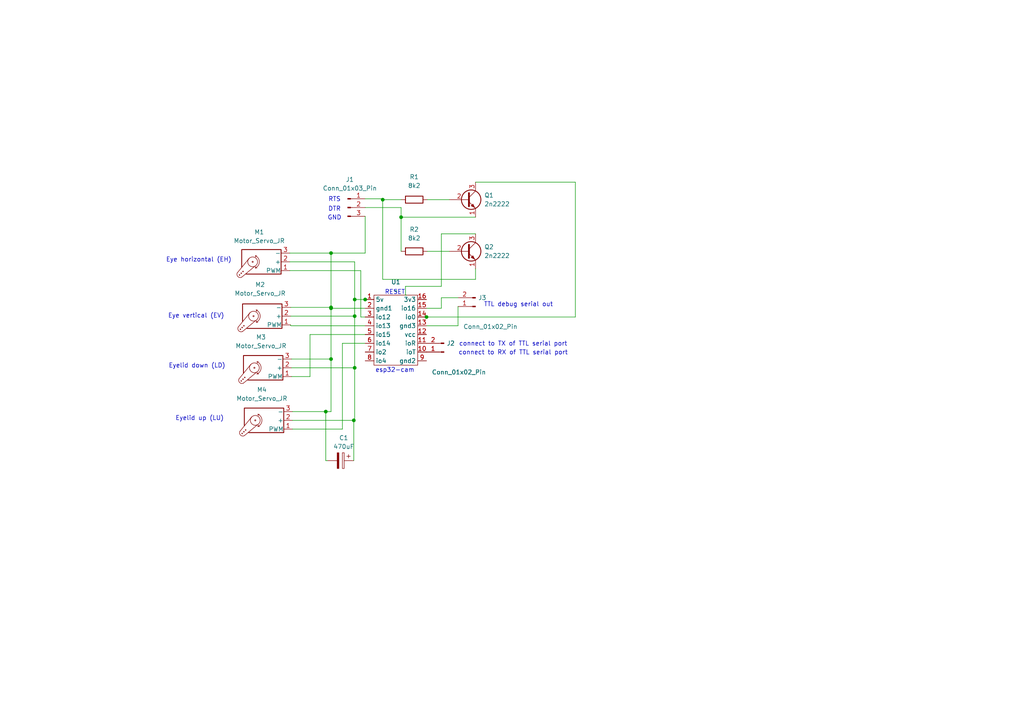
<source format=kicad_sch>
(kicad_sch
	(version 20231120)
	(generator "eeschema")
	(generator_version "8.0")
	(uuid "a6764baa-fb9a-4866-8980-93a400ed9518")
	(paper "A4")
	(lib_symbols
		(symbol "Connector:Conn_01x02_Pin"
			(pin_names
				(offset 1.016) hide)
			(exclude_from_sim no)
			(in_bom yes)
			(on_board yes)
			(property "Reference" "J"
				(at 0 2.54 0)
				(effects
					(font
						(size 1.27 1.27)
					)
				)
			)
			(property "Value" "Conn_01x02_Pin"
				(at 0 -5.08 0)
				(effects
					(font
						(size 1.27 1.27)
					)
				)
			)
			(property "Footprint" ""
				(at 0 0 0)
				(effects
					(font
						(size 1.27 1.27)
					)
					(hide yes)
				)
			)
			(property "Datasheet" "~"
				(at 0 0 0)
				(effects
					(font
						(size 1.27 1.27)
					)
					(hide yes)
				)
			)
			(property "Description" "Generic connector, single row, 01x02, script generated"
				(at 0 0 0)
				(effects
					(font
						(size 1.27 1.27)
					)
					(hide yes)
				)
			)
			(property "ki_locked" ""
				(at 0 0 0)
				(effects
					(font
						(size 1.27 1.27)
					)
				)
			)
			(property "ki_keywords" "connector"
				(at 0 0 0)
				(effects
					(font
						(size 1.27 1.27)
					)
					(hide yes)
				)
			)
			(property "ki_fp_filters" "Connector*:*_1x??_*"
				(at 0 0 0)
				(effects
					(font
						(size 1.27 1.27)
					)
					(hide yes)
				)
			)
			(symbol "Conn_01x02_Pin_1_1"
				(polyline
					(pts
						(xy 1.27 -2.54) (xy 0.8636 -2.54)
					)
					(stroke
						(width 0.1524)
						(type default)
					)
					(fill
						(type none)
					)
				)
				(polyline
					(pts
						(xy 1.27 0) (xy 0.8636 0)
					)
					(stroke
						(width 0.1524)
						(type default)
					)
					(fill
						(type none)
					)
				)
				(rectangle
					(start 0.8636 -2.413)
					(end 0 -2.667)
					(stroke
						(width 0.1524)
						(type default)
					)
					(fill
						(type outline)
					)
				)
				(rectangle
					(start 0.8636 0.127)
					(end 0 -0.127)
					(stroke
						(width 0.1524)
						(type default)
					)
					(fill
						(type outline)
					)
				)
				(pin passive line
					(at 5.08 0 180)
					(length 3.81)
					(name "Pin_1"
						(effects
							(font
								(size 1.27 1.27)
							)
						)
					)
					(number "1"
						(effects
							(font
								(size 1.27 1.27)
							)
						)
					)
				)
				(pin passive line
					(at 5.08 -2.54 180)
					(length 3.81)
					(name "Pin_2"
						(effects
							(font
								(size 1.27 1.27)
							)
						)
					)
					(number "2"
						(effects
							(font
								(size 1.27 1.27)
							)
						)
					)
				)
			)
		)
		(symbol "Connector:Conn_01x03_Pin"
			(pin_names
				(offset 1.016) hide)
			(exclude_from_sim no)
			(in_bom yes)
			(on_board yes)
			(property "Reference" "J"
				(at 0 5.08 0)
				(effects
					(font
						(size 1.27 1.27)
					)
				)
			)
			(property "Value" "Conn_01x03_Pin"
				(at 0 -5.08 0)
				(effects
					(font
						(size 1.27 1.27)
					)
				)
			)
			(property "Footprint" ""
				(at 0 0 0)
				(effects
					(font
						(size 1.27 1.27)
					)
					(hide yes)
				)
			)
			(property "Datasheet" "~"
				(at 0 0 0)
				(effects
					(font
						(size 1.27 1.27)
					)
					(hide yes)
				)
			)
			(property "Description" "Generic connector, single row, 01x03, script generated"
				(at 0 0 0)
				(effects
					(font
						(size 1.27 1.27)
					)
					(hide yes)
				)
			)
			(property "ki_locked" ""
				(at 0 0 0)
				(effects
					(font
						(size 1.27 1.27)
					)
				)
			)
			(property "ki_keywords" "connector"
				(at 0 0 0)
				(effects
					(font
						(size 1.27 1.27)
					)
					(hide yes)
				)
			)
			(property "ki_fp_filters" "Connector*:*_1x??_*"
				(at 0 0 0)
				(effects
					(font
						(size 1.27 1.27)
					)
					(hide yes)
				)
			)
			(symbol "Conn_01x03_Pin_1_1"
				(polyline
					(pts
						(xy 1.27 -2.54) (xy 0.8636 -2.54)
					)
					(stroke
						(width 0.1524)
						(type default)
					)
					(fill
						(type none)
					)
				)
				(polyline
					(pts
						(xy 1.27 0) (xy 0.8636 0)
					)
					(stroke
						(width 0.1524)
						(type default)
					)
					(fill
						(type none)
					)
				)
				(polyline
					(pts
						(xy 1.27 2.54) (xy 0.8636 2.54)
					)
					(stroke
						(width 0.1524)
						(type default)
					)
					(fill
						(type none)
					)
				)
				(rectangle
					(start 0.8636 -2.413)
					(end 0 -2.667)
					(stroke
						(width 0.1524)
						(type default)
					)
					(fill
						(type outline)
					)
				)
				(rectangle
					(start 0.8636 0.127)
					(end 0 -0.127)
					(stroke
						(width 0.1524)
						(type default)
					)
					(fill
						(type outline)
					)
				)
				(rectangle
					(start 0.8636 2.667)
					(end 0 2.413)
					(stroke
						(width 0.1524)
						(type default)
					)
					(fill
						(type outline)
					)
				)
				(pin passive line
					(at 5.08 2.54 180)
					(length 3.81)
					(name "Pin_1"
						(effects
							(font
								(size 1.27 1.27)
							)
						)
					)
					(number "1"
						(effects
							(font
								(size 1.27 1.27)
							)
						)
					)
				)
				(pin passive line
					(at 5.08 0 180)
					(length 3.81)
					(name "Pin_2"
						(effects
							(font
								(size 1.27 1.27)
							)
						)
					)
					(number "2"
						(effects
							(font
								(size 1.27 1.27)
							)
						)
					)
				)
				(pin passive line
					(at 5.08 -2.54 180)
					(length 3.81)
					(name "Pin_3"
						(effects
							(font
								(size 1.27 1.27)
							)
						)
					)
					(number "3"
						(effects
							(font
								(size 1.27 1.27)
							)
						)
					)
				)
			)
		)
		(symbol "Device:C_Polarized"
			(pin_numbers hide)
			(pin_names
				(offset 0.254)
			)
			(exclude_from_sim no)
			(in_bom yes)
			(on_board yes)
			(property "Reference" "C"
				(at 0.635 2.54 0)
				(effects
					(font
						(size 1.27 1.27)
					)
					(justify left)
				)
			)
			(property "Value" "C_Polarized"
				(at 0.635 -2.54 0)
				(effects
					(font
						(size 1.27 1.27)
					)
					(justify left)
				)
			)
			(property "Footprint" ""
				(at 0.9652 -3.81 0)
				(effects
					(font
						(size 1.27 1.27)
					)
					(hide yes)
				)
			)
			(property "Datasheet" "~"
				(at 0 0 0)
				(effects
					(font
						(size 1.27 1.27)
					)
					(hide yes)
				)
			)
			(property "Description" "Polarized capacitor"
				(at 0 0 0)
				(effects
					(font
						(size 1.27 1.27)
					)
					(hide yes)
				)
			)
			(property "ki_keywords" "cap capacitor"
				(at 0 0 0)
				(effects
					(font
						(size 1.27 1.27)
					)
					(hide yes)
				)
			)
			(property "ki_fp_filters" "CP_*"
				(at 0 0 0)
				(effects
					(font
						(size 1.27 1.27)
					)
					(hide yes)
				)
			)
			(symbol "C_Polarized_0_1"
				(rectangle
					(start -2.286 0.508)
					(end 2.286 1.016)
					(stroke
						(width 0)
						(type default)
					)
					(fill
						(type none)
					)
				)
				(polyline
					(pts
						(xy -1.778 2.286) (xy -0.762 2.286)
					)
					(stroke
						(width 0)
						(type default)
					)
					(fill
						(type none)
					)
				)
				(polyline
					(pts
						(xy -1.27 2.794) (xy -1.27 1.778)
					)
					(stroke
						(width 0)
						(type default)
					)
					(fill
						(type none)
					)
				)
				(rectangle
					(start 2.286 -0.508)
					(end -2.286 -1.016)
					(stroke
						(width 0)
						(type default)
					)
					(fill
						(type outline)
					)
				)
			)
			(symbol "C_Polarized_1_1"
				(pin passive line
					(at 0 3.81 270)
					(length 2.794)
					(name "~"
						(effects
							(font
								(size 1.27 1.27)
							)
						)
					)
					(number "1"
						(effects
							(font
								(size 1.27 1.27)
							)
						)
					)
				)
				(pin passive line
					(at 0 -3.81 90)
					(length 2.794)
					(name "~"
						(effects
							(font
								(size 1.27 1.27)
							)
						)
					)
					(number "2"
						(effects
							(font
								(size 1.27 1.27)
							)
						)
					)
				)
			)
		)
		(symbol "Device:Q_NPN_EBC"
			(pin_names
				(offset 0) hide)
			(exclude_from_sim no)
			(in_bom yes)
			(on_board yes)
			(property "Reference" "Q"
				(at 5.08 1.27 0)
				(effects
					(font
						(size 1.27 1.27)
					)
					(justify left)
				)
			)
			(property "Value" "Q_NPN_EBC"
				(at 5.08 -1.27 0)
				(effects
					(font
						(size 1.27 1.27)
					)
					(justify left)
				)
			)
			(property "Footprint" ""
				(at 5.08 2.54 0)
				(effects
					(font
						(size 1.27 1.27)
					)
					(hide yes)
				)
			)
			(property "Datasheet" "~"
				(at 0 0 0)
				(effects
					(font
						(size 1.27 1.27)
					)
					(hide yes)
				)
			)
			(property "Description" "NPN transistor, emitter/base/collector"
				(at 0 0 0)
				(effects
					(font
						(size 1.27 1.27)
					)
					(hide yes)
				)
			)
			(property "ki_keywords" "transistor NPN"
				(at 0 0 0)
				(effects
					(font
						(size 1.27 1.27)
					)
					(hide yes)
				)
			)
			(symbol "Q_NPN_EBC_0_1"
				(polyline
					(pts
						(xy 0.635 0.635) (xy 2.54 2.54)
					)
					(stroke
						(width 0)
						(type default)
					)
					(fill
						(type none)
					)
				)
				(polyline
					(pts
						(xy 0.635 -0.635) (xy 2.54 -2.54) (xy 2.54 -2.54)
					)
					(stroke
						(width 0)
						(type default)
					)
					(fill
						(type none)
					)
				)
				(polyline
					(pts
						(xy 0.635 1.905) (xy 0.635 -1.905) (xy 0.635 -1.905)
					)
					(stroke
						(width 0.508)
						(type default)
					)
					(fill
						(type none)
					)
				)
				(polyline
					(pts
						(xy 1.27 -1.778) (xy 1.778 -1.27) (xy 2.286 -2.286) (xy 1.27 -1.778) (xy 1.27 -1.778)
					)
					(stroke
						(width 0)
						(type default)
					)
					(fill
						(type outline)
					)
				)
				(circle
					(center 1.27 0)
					(radius 2.8194)
					(stroke
						(width 0.254)
						(type default)
					)
					(fill
						(type none)
					)
				)
			)
			(symbol "Q_NPN_EBC_1_1"
				(pin passive line
					(at 2.54 -5.08 90)
					(length 2.54)
					(name "E"
						(effects
							(font
								(size 1.27 1.27)
							)
						)
					)
					(number "1"
						(effects
							(font
								(size 1.27 1.27)
							)
						)
					)
				)
				(pin passive line
					(at -5.08 0 0)
					(length 5.715)
					(name "B"
						(effects
							(font
								(size 1.27 1.27)
							)
						)
					)
					(number "2"
						(effects
							(font
								(size 1.27 1.27)
							)
						)
					)
				)
				(pin passive line
					(at 2.54 5.08 270)
					(length 2.54)
					(name "C"
						(effects
							(font
								(size 1.27 1.27)
							)
						)
					)
					(number "3"
						(effects
							(font
								(size 1.27 1.27)
							)
						)
					)
				)
			)
		)
		(symbol "Device:R"
			(pin_numbers hide)
			(pin_names
				(offset 0)
			)
			(exclude_from_sim no)
			(in_bom yes)
			(on_board yes)
			(property "Reference" "R"
				(at 2.032 0 90)
				(effects
					(font
						(size 1.27 1.27)
					)
				)
			)
			(property "Value" "R"
				(at 0 0 90)
				(effects
					(font
						(size 1.27 1.27)
					)
				)
			)
			(property "Footprint" ""
				(at -1.778 0 90)
				(effects
					(font
						(size 1.27 1.27)
					)
					(hide yes)
				)
			)
			(property "Datasheet" "~"
				(at 0 0 0)
				(effects
					(font
						(size 1.27 1.27)
					)
					(hide yes)
				)
			)
			(property "Description" "Resistor"
				(at 0 0 0)
				(effects
					(font
						(size 1.27 1.27)
					)
					(hide yes)
				)
			)
			(property "ki_keywords" "R res resistor"
				(at 0 0 0)
				(effects
					(font
						(size 1.27 1.27)
					)
					(hide yes)
				)
			)
			(property "ki_fp_filters" "R_*"
				(at 0 0 0)
				(effects
					(font
						(size 1.27 1.27)
					)
					(hide yes)
				)
			)
			(symbol "R_0_1"
				(rectangle
					(start -1.016 -2.54)
					(end 1.016 2.54)
					(stroke
						(width 0.254)
						(type default)
					)
					(fill
						(type none)
					)
				)
			)
			(symbol "R_1_1"
				(pin passive line
					(at 0 3.81 270)
					(length 1.27)
					(name "~"
						(effects
							(font
								(size 1.27 1.27)
							)
						)
					)
					(number "1"
						(effects
							(font
								(size 1.27 1.27)
							)
						)
					)
				)
				(pin passive line
					(at 0 -3.81 90)
					(length 1.27)
					(name "~"
						(effects
							(font
								(size 1.27 1.27)
							)
						)
					)
					(number "2"
						(effects
							(font
								(size 1.27 1.27)
							)
						)
					)
				)
			)
		)
		(symbol "Motor:Motor_Servo_JR"
			(pin_names
				(offset 0.0254)
			)
			(exclude_from_sim no)
			(in_bom yes)
			(on_board yes)
			(property "Reference" "M"
				(at -5.08 4.445 0)
				(effects
					(font
						(size 1.27 1.27)
					)
					(justify left)
				)
			)
			(property "Value" "Motor_Servo_JR"
				(at -5.08 -4.064 0)
				(effects
					(font
						(size 1.27 1.27)
					)
					(justify left top)
				)
			)
			(property "Footprint" ""
				(at 0 -4.826 0)
				(effects
					(font
						(size 1.27 1.27)
					)
					(hide yes)
				)
			)
			(property "Datasheet" "http://forums.parallax.com/uploads/attachments/46831/74481.png"
				(at 0 -4.826 0)
				(effects
					(font
						(size 1.27 1.27)
					)
					(hide yes)
				)
			)
			(property "Description" "Servo Motor (JR connector)"
				(at 0 0 0)
				(effects
					(font
						(size 1.27 1.27)
					)
					(hide yes)
				)
			)
			(property "ki_keywords" "Servo Motor"
				(at 0 0 0)
				(effects
					(font
						(size 1.27 1.27)
					)
					(hide yes)
				)
			)
			(property "ki_fp_filters" "PinHeader*P2.54mm*"
				(at 0 0 0)
				(effects
					(font
						(size 1.27 1.27)
					)
					(hide yes)
				)
			)
			(symbol "Motor_Servo_JR_0_1"
				(polyline
					(pts
						(xy 2.413 -1.778) (xy 2.032 -1.778)
					)
					(stroke
						(width 0)
						(type default)
					)
					(fill
						(type none)
					)
				)
				(polyline
					(pts
						(xy 2.413 -1.778) (xy 2.286 -1.397)
					)
					(stroke
						(width 0)
						(type default)
					)
					(fill
						(type none)
					)
				)
				(polyline
					(pts
						(xy 2.413 1.778) (xy 1.905 1.778)
					)
					(stroke
						(width 0)
						(type default)
					)
					(fill
						(type none)
					)
				)
				(polyline
					(pts
						(xy 2.413 1.778) (xy 2.286 1.397)
					)
					(stroke
						(width 0)
						(type default)
					)
					(fill
						(type none)
					)
				)
				(polyline
					(pts
						(xy 6.35 4.445) (xy 2.54 1.27)
					)
					(stroke
						(width 0)
						(type default)
					)
					(fill
						(type none)
					)
				)
				(polyline
					(pts
						(xy 7.62 3.175) (xy 4.191 -1.016)
					)
					(stroke
						(width 0)
						(type default)
					)
					(fill
						(type none)
					)
				)
				(polyline
					(pts
						(xy 5.08 3.556) (xy -5.08 3.556) (xy -5.08 -3.556) (xy 6.35 -3.556) (xy 6.35 1.524)
					)
					(stroke
						(width 0.254)
						(type default)
					)
					(fill
						(type none)
					)
				)
				(arc
					(start 2.413 1.778)
					(mid 1.2406 0)
					(end 2.413 -1.778)
					(stroke
						(width 0)
						(type default)
					)
					(fill
						(type none)
					)
				)
				(circle
					(center 3.175 0)
					(radius 0.1778)
					(stroke
						(width 0)
						(type default)
					)
					(fill
						(type none)
					)
				)
				(circle
					(center 3.175 0)
					(radius 1.4224)
					(stroke
						(width 0)
						(type default)
					)
					(fill
						(type none)
					)
				)
				(circle
					(center 5.969 2.794)
					(radius 0.127)
					(stroke
						(width 0)
						(type default)
					)
					(fill
						(type none)
					)
				)
				(circle
					(center 6.477 3.302)
					(radius 0.127)
					(stroke
						(width 0)
						(type default)
					)
					(fill
						(type none)
					)
				)
				(circle
					(center 6.985 3.81)
					(radius 0.127)
					(stroke
						(width 0)
						(type default)
					)
					(fill
						(type none)
					)
				)
				(arc
					(start 7.62 3.175)
					(mid 7.4485 4.2735)
					(end 6.35 4.445)
					(stroke
						(width 0)
						(type default)
					)
					(fill
						(type none)
					)
				)
			)
			(symbol "Motor_Servo_JR_1_1"
				(pin passive line
					(at -7.62 2.54 0)
					(length 2.54)
					(name "PWM"
						(effects
							(font
								(size 1.27 1.27)
							)
						)
					)
					(number "1"
						(effects
							(font
								(size 1.27 1.27)
							)
						)
					)
				)
				(pin passive line
					(at -7.62 0 0)
					(length 2.54)
					(name "+"
						(effects
							(font
								(size 1.27 1.27)
							)
						)
					)
					(number "2"
						(effects
							(font
								(size 1.27 1.27)
							)
						)
					)
				)
				(pin passive line
					(at -7.62 -2.54 0)
					(length 2.54)
					(name "-"
						(effects
							(font
								(size 1.27 1.27)
							)
						)
					)
					(number "3"
						(effects
							(font
								(size 1.27 1.27)
							)
						)
					)
				)
			)
		)
		(symbol "robo:esp32-cam"
			(exclude_from_sim no)
			(in_bom yes)
			(on_board yes)
			(property "Reference" "U"
				(at 0 -2.794 0)
				(effects
					(font
						(size 1.27 1.27)
					)
				)
			)
			(property "Value" ""
				(at -2.54 0 0)
				(effects
					(font
						(size 1.27 1.27)
					)
				)
			)
			(property "Footprint" ""
				(at -2.54 0 0)
				(effects
					(font
						(size 1.27 1.27)
					)
					(hide yes)
				)
			)
			(property "Datasheet" ""
				(at -2.54 0 0)
				(effects
					(font
						(size 1.27 1.27)
					)
					(hide yes)
				)
			)
			(property "Description" ""
				(at -2.54 0 0)
				(effects
					(font
						(size 1.27 1.27)
					)
					(hide yes)
				)
			)
			(symbol "esp32-cam_0_1"
				(rectangle
					(start -6.35 5.08)
					(end 6.35 -15.24)
					(stroke
						(width 0)
						(type default)
					)
					(fill
						(type none)
					)
				)
			)
			(symbol "esp32-cam_1_1"
				(pin input line
					(at -8.89 3.81 0)
					(length 2.54)
					(name "5v"
						(effects
							(font
								(size 1.27 1.27)
							)
						)
					)
					(number "1"
						(effects
							(font
								(size 1.27 1.27)
							)
						)
					)
				)
				(pin bidirectional line
					(at 8.89 -11.43 180)
					(length 2.54)
					(name "ioT"
						(effects
							(font
								(size 1.27 1.27)
							)
						)
					)
					(number "10"
						(effects
							(font
								(size 1.27 1.27)
							)
						)
					)
				)
				(pin bidirectional line
					(at 8.89 -8.89 180)
					(length 2.54)
					(name "ioR"
						(effects
							(font
								(size 1.27 1.27)
							)
						)
					)
					(number "11"
						(effects
							(font
								(size 1.27 1.27)
							)
						)
					)
				)
				(pin input line
					(at 8.89 -6.35 180)
					(length 2.54)
					(name "vcc"
						(effects
							(font
								(size 1.27 1.27)
							)
						)
					)
					(number "12"
						(effects
							(font
								(size 1.27 1.27)
							)
						)
					)
				)
				(pin input line
					(at 8.89 -3.81 180)
					(length 2.54)
					(name "gnd3"
						(effects
							(font
								(size 1.27 1.27)
							)
						)
					)
					(number "13"
						(effects
							(font
								(size 1.27 1.27)
							)
						)
					)
				)
				(pin bidirectional line
					(at 8.89 -1.27 180)
					(length 2.54)
					(name "io0"
						(effects
							(font
								(size 1.27 1.27)
							)
						)
					)
					(number "14"
						(effects
							(font
								(size 1.27 1.27)
							)
						)
					)
				)
				(pin bidirectional line
					(at 8.89 1.27 180)
					(length 2.54)
					(name "io16"
						(effects
							(font
								(size 1.27 1.27)
							)
						)
					)
					(number "15"
						(effects
							(font
								(size 1.27 1.27)
							)
						)
					)
				)
				(pin input line
					(at 8.89 3.81 180)
					(length 2.54)
					(name "3v3"
						(effects
							(font
								(size 1.27 1.27)
							)
						)
					)
					(number "16"
						(effects
							(font
								(size 1.27 1.27)
							)
						)
					)
				)
				(pin input line
					(at -8.89 1.27 0)
					(length 2.54)
					(name "gnd1"
						(effects
							(font
								(size 1.27 1.27)
							)
						)
					)
					(number "2"
						(effects
							(font
								(size 1.27 1.27)
							)
						)
					)
				)
				(pin bidirectional line
					(at -8.89 -1.27 0)
					(length 2.54)
					(name "io12"
						(effects
							(font
								(size 1.27 1.27)
							)
						)
					)
					(number "3"
						(effects
							(font
								(size 1.27 1.27)
							)
						)
					)
				)
				(pin bidirectional line
					(at -8.89 -3.81 0)
					(length 2.54)
					(name "io13"
						(effects
							(font
								(size 1.27 1.27)
							)
						)
					)
					(number "4"
						(effects
							(font
								(size 1.27 1.27)
							)
						)
					)
				)
				(pin bidirectional line
					(at -8.89 -6.35 0)
					(length 2.54)
					(name "io15"
						(effects
							(font
								(size 1.27 1.27)
							)
						)
					)
					(number "5"
						(effects
							(font
								(size 1.27 1.27)
							)
						)
					)
				)
				(pin bidirectional line
					(at -8.89 -8.89 0)
					(length 2.54)
					(name "io14"
						(effects
							(font
								(size 1.27 1.27)
							)
						)
					)
					(number "6"
						(effects
							(font
								(size 1.27 1.27)
							)
						)
					)
				)
				(pin bidirectional line
					(at -8.89 -11.43 0)
					(length 2.54)
					(name "io2"
						(effects
							(font
								(size 1.27 1.27)
							)
						)
					)
					(number "7"
						(effects
							(font
								(size 1.27 1.27)
							)
						)
					)
				)
				(pin bidirectional line
					(at -8.89 -13.97 0)
					(length 2.54)
					(name "io4"
						(effects
							(font
								(size 1.27 1.27)
							)
						)
					)
					(number "8"
						(effects
							(font
								(size 1.27 1.27)
							)
						)
					)
				)
				(pin bidirectional line
					(at 8.89 -13.97 180)
					(length 2.54)
					(name "gnd2"
						(effects
							(font
								(size 1.27 1.27)
							)
						)
					)
					(number "9"
						(effects
							(font
								(size 1.27 1.27)
							)
						)
					)
				)
			)
		)
	)
	(junction
		(at 110.998 57.912)
		(diameter 0)
		(color 0 0 0 0)
		(uuid "0e4fcf56-ade5-4ddf-83dd-56bb4bcba238")
	)
	(junction
		(at 96.012 89.408)
		(diameter 0)
		(color 0 0 0 0)
		(uuid "10cbde2b-55f7-40b1-b963-c562bfcb0a71")
	)
	(junction
		(at 96.012 89.154)
		(diameter 0)
		(color 0 0 0 0)
		(uuid "22bedf35-fe64-4416-9106-07d0cfbbb1b0")
	)
	(junction
		(at 96.012 73.406)
		(diameter 0)
		(color 0 0 0 0)
		(uuid "472b3215-5924-4768-b2d2-25affd7cd51d")
	)
	(junction
		(at 102.87 86.868)
		(diameter 0)
		(color 0 0 0 0)
		(uuid "48180b3d-f087-4cc5-b3b3-25f8e9cbf9f1")
	)
	(junction
		(at 96.012 104.14)
		(diameter 0)
		(color 0 0 0 0)
		(uuid "66c194de-0199-40ba-953d-464b5e44aa07")
	)
	(junction
		(at 102.87 91.694)
		(diameter 0)
		(color 0 0 0 0)
		(uuid "75f9b15a-e20c-4000-a67f-c697f8006aea")
	)
	(junction
		(at 123.698 91.948)
		(diameter 0)
		(color 0 0 0 0)
		(uuid "9bc77c40-4456-4882-ae4f-98e55f60b0ac")
	)
	(junction
		(at 94.488 119.38)
		(diameter 0)
		(color 0 0 0 0)
		(uuid "a1fe7e12-8388-4d06-813c-e4e51bcdb916")
	)
	(junction
		(at 102.616 121.92)
		(diameter 0)
		(color 0 0 0 0)
		(uuid "b4829584-cb5f-43d8-847d-16eafccfaf12")
	)
	(junction
		(at 116.332 62.992)
		(diameter 0)
		(color 0 0 0 0)
		(uuid "ba271aae-3bb7-4e43-81d2-6b33fab55ce8")
	)
	(junction
		(at 102.87 106.68)
		(diameter 0)
		(color 0 0 0 0)
		(uuid "f57ca09e-c596-4001-a83b-0a15131c42a9")
	)
	(junction
		(at 105.918 86.868)
		(diameter 0)
		(color 0 0 0 0)
		(uuid "fb61e593-aae7-4ba0-9f1a-f76aace4bd51")
	)
	(wire
		(pts
			(xy 116.332 62.992) (xy 116.332 60.198)
		)
		(stroke
			(width 0)
			(type default)
		)
		(uuid "090499e9-44c8-4e27-a7c6-f8eb3d73a84c")
	)
	(wire
		(pts
			(xy 96.012 89.408) (xy 96.012 104.14)
		)
		(stroke
			(width 0)
			(type default)
		)
		(uuid "0a13d43d-a21e-4b53-ac56-1d85cf7bc168")
	)
	(wire
		(pts
			(xy 102.616 121.92) (xy 102.87 121.92)
		)
		(stroke
			(width 0)
			(type default)
		)
		(uuid "167d1e86-7b02-432e-803f-910c21a80f92")
	)
	(wire
		(pts
			(xy 128.016 89.408) (xy 128.016 86.36)
		)
		(stroke
			(width 0)
			(type default)
		)
		(uuid "18b97048-9b10-42fe-99f0-cdd3a1fec974")
	)
	(wire
		(pts
			(xy 89.916 109.22) (xy 84.582 109.22)
		)
		(stroke
			(width 0)
			(type default)
		)
		(uuid "1df4ef24-e8d0-432b-ba5b-3c5d5df41cc4")
	)
	(wire
		(pts
			(xy 128.016 83.058) (xy 117.602 83.058)
		)
		(stroke
			(width 0)
			(type default)
		)
		(uuid "232eb645-4421-4481-8ac4-12e73f79ddc7")
	)
	(wire
		(pts
			(xy 84.328 94.488) (xy 84.328 94.234)
		)
		(stroke
			(width 0)
			(type default)
		)
		(uuid "24705f0d-fa0c-4f71-845f-bf9e85e787ec")
	)
	(wire
		(pts
			(xy 137.922 81.026) (xy 137.922 77.978)
		)
		(stroke
			(width 0)
			(type default)
		)
		(uuid "25c32a07-187e-41ee-9a25-439d7c3fe8ed")
	)
	(wire
		(pts
			(xy 94.488 133.604) (xy 94.488 119.38)
		)
		(stroke
			(width 0)
			(type default)
		)
		(uuid "2d60e810-77e0-4c2b-8112-f3f451fad922")
	)
	(wire
		(pts
			(xy 84.328 89.154) (xy 96.012 89.154)
		)
		(stroke
			(width 0)
			(type default)
		)
		(uuid "2eb975e7-20c1-48a6-b38b-6857f6663688")
	)
	(wire
		(pts
			(xy 137.922 67.818) (xy 128.016 67.818)
		)
		(stroke
			(width 0)
			(type default)
		)
		(uuid "30b40887-ea6b-4b94-9a1c-3b2b5eb5b45a")
	)
	(wire
		(pts
			(xy 96.012 89.154) (xy 96.012 73.406)
		)
		(stroke
			(width 0)
			(type default)
		)
		(uuid "3170d356-dda8-42a9-a85a-823e3e9faab7")
	)
	(wire
		(pts
			(xy 89.916 97.028) (xy 89.916 109.22)
		)
		(stroke
			(width 0)
			(type default)
		)
		(uuid "32614f0b-66b8-470f-96e6-cd78b4729de7")
	)
	(wire
		(pts
			(xy 105.918 86.868) (xy 102.87 86.868)
		)
		(stroke
			(width 0)
			(type default)
		)
		(uuid "3748b283-3006-453f-a6d9-25887776a82a")
	)
	(wire
		(pts
			(xy 102.87 121.92) (xy 102.87 106.68)
		)
		(stroke
			(width 0)
			(type default)
		)
		(uuid "3987a042-668b-41f5-8523-8757af9221d6")
	)
	(wire
		(pts
			(xy 105.918 97.028) (xy 89.916 97.028)
		)
		(stroke
			(width 0)
			(type default)
		)
		(uuid "3e1b85c2-bb98-4fdb-b525-3741084638c3")
	)
	(wire
		(pts
			(xy 102.87 75.946) (xy 102.87 86.868)
		)
		(stroke
			(width 0)
			(type default)
		)
		(uuid "46aed3e8-f044-48f2-9fb2-5cdf42c76e21")
	)
	(wire
		(pts
			(xy 96.012 73.406) (xy 84.074 73.406)
		)
		(stroke
			(width 0)
			(type default)
		)
		(uuid "4e100589-79bf-4b30-a821-c2fcf225ce44")
	)
	(wire
		(pts
			(xy 166.878 52.832) (xy 137.922 52.832)
		)
		(stroke
			(width 0)
			(type default)
		)
		(uuid "4f146a18-040b-4005-93c5-ca606d5021f1")
	)
	(wire
		(pts
			(xy 123.698 89.408) (xy 128.016 89.408)
		)
		(stroke
			(width 0)
			(type default)
		)
		(uuid "52bedd1f-3329-46f0-b4e0-e73d90aeda59")
	)
	(wire
		(pts
			(xy 99.314 124.46) (xy 84.836 124.46)
		)
		(stroke
			(width 0)
			(type default)
		)
		(uuid "55499034-6b23-4208-8cfe-39e656255989")
	)
	(wire
		(pts
			(xy 110.998 81.026) (xy 137.922 81.026)
		)
		(stroke
			(width 0)
			(type default)
		)
		(uuid "574f2d66-29c2-45c0-acb6-b07ac20e7851")
	)
	(wire
		(pts
			(xy 117.602 83.058) (xy 117.602 85.598)
		)
		(stroke
			(width 0)
			(type default)
		)
		(uuid "58718493-9cce-4f2c-a7aa-673224ca76d0")
	)
	(wire
		(pts
			(xy 106.172 86.868) (xy 105.918 86.868)
		)
		(stroke
			(width 0)
			(type default)
		)
		(uuid "5fa7cd6c-1079-4411-8dae-ab532e9b91aa")
	)
	(wire
		(pts
			(xy 123.444 91.948) (xy 123.698 91.948)
		)
		(stroke
			(width 0)
			(type default)
		)
		(uuid "7017764e-30c7-46fc-982e-f6295d6f0508")
	)
	(wire
		(pts
			(xy 116.332 57.912) (xy 110.998 57.912)
		)
		(stroke
			(width 0)
			(type default)
		)
		(uuid "722a9f75-a57e-458b-abcd-3bfcafdf0832")
	)
	(wire
		(pts
			(xy 96.012 89.408) (xy 105.918 89.408)
		)
		(stroke
			(width 0)
			(type default)
		)
		(uuid "74f0890f-4085-4e51-94c0-e9bb2f150e24")
	)
	(wire
		(pts
			(xy 104.648 91.948) (xy 104.648 78.486)
		)
		(stroke
			(width 0)
			(type default)
		)
		(uuid "7a8d1d3c-d5eb-448c-83c1-ca89f6fb151f")
	)
	(wire
		(pts
			(xy 123.952 57.912) (xy 130.302 57.912)
		)
		(stroke
			(width 0)
			(type default)
		)
		(uuid "7b7ea184-5d75-4938-bd37-980dda1b59c4")
	)
	(wire
		(pts
			(xy 84.836 121.92) (xy 102.616 121.92)
		)
		(stroke
			(width 0)
			(type default)
		)
		(uuid "7bdddc3c-139e-4af2-af68-fc53d57ce7a7")
	)
	(wire
		(pts
			(xy 96.012 89.154) (xy 96.012 89.408)
		)
		(stroke
			(width 0)
			(type default)
		)
		(uuid "85306c4f-f418-499c-9ac5-5e2f036ee374")
	)
	(wire
		(pts
			(xy 123.698 94.488) (xy 132.842 94.488)
		)
		(stroke
			(width 0)
			(type default)
		)
		(uuid "8894eae4-2aa5-4b66-b46f-16dacdfb5318")
	)
	(wire
		(pts
			(xy 116.332 62.992) (xy 137.922 62.992)
		)
		(stroke
			(width 0)
			(type default)
		)
		(uuid "8b940210-3582-48af-b7d6-61b8bb210f89")
	)
	(wire
		(pts
			(xy 123.952 72.898) (xy 130.302 72.898)
		)
		(stroke
			(width 0)
			(type default)
		)
		(uuid "8c7590b4-832c-4562-ae37-06d77047a7fe")
	)
	(wire
		(pts
			(xy 110.998 57.658) (xy 110.998 57.912)
		)
		(stroke
			(width 0)
			(type default)
		)
		(uuid "8d576c21-5aca-448b-9fe3-fd078f218c6f")
	)
	(wire
		(pts
			(xy 84.328 94.488) (xy 105.918 94.488)
		)
		(stroke
			(width 0)
			(type default)
		)
		(uuid "97357d2c-a734-488a-acb2-27fca286d41d")
	)
	(wire
		(pts
			(xy 102.87 75.946) (xy 84.074 75.946)
		)
		(stroke
			(width 0)
			(type default)
		)
		(uuid "98cff4cb-9796-4c03-af6a-cf2d2ed922eb")
	)
	(wire
		(pts
			(xy 116.332 72.898) (xy 116.332 62.992)
		)
		(stroke
			(width 0)
			(type default)
		)
		(uuid "9bfc2313-a67d-463a-8c6d-5e8a3d47e174")
	)
	(wire
		(pts
			(xy 128.016 86.36) (xy 132.842 86.36)
		)
		(stroke
			(width 0)
			(type default)
		)
		(uuid "a27aa440-fbdd-4673-bb0e-53a7e474cee7")
	)
	(wire
		(pts
			(xy 117.602 85.598) (xy 117.856 85.598)
		)
		(stroke
			(width 0)
			(type default)
		)
		(uuid "a69fee51-eb5c-4b2e-8413-4c91addf5f9e")
	)
	(wire
		(pts
			(xy 102.616 121.92) (xy 102.616 133.604)
		)
		(stroke
			(width 0)
			(type default)
		)
		(uuid "a90e0fae-947c-4c57-a37d-185b8bef286d")
	)
	(wire
		(pts
			(xy 166.878 91.948) (xy 166.878 52.832)
		)
		(stroke
			(width 0)
			(type default)
		)
		(uuid "a9893de9-6c91-4011-8eb2-6eface51d4ba")
	)
	(wire
		(pts
			(xy 128.016 67.818) (xy 128.016 83.058)
		)
		(stroke
			(width 0)
			(type default)
		)
		(uuid "add7a246-599d-4e3d-8ab5-a841e4af76b8")
	)
	(wire
		(pts
			(xy 132.842 94.488) (xy 132.842 88.9)
		)
		(stroke
			(width 0)
			(type default)
		)
		(uuid "b1e43608-b92d-4854-8e9e-6c46585da711")
	)
	(wire
		(pts
			(xy 96.012 119.38) (xy 96.012 104.14)
		)
		(stroke
			(width 0)
			(type default)
		)
		(uuid "b60b6b7a-6c33-4c08-bb31-bbd9d0360f31")
	)
	(wire
		(pts
			(xy 105.918 62.738) (xy 105.918 73.406)
		)
		(stroke
			(width 0)
			(type default)
		)
		(uuid "b6bfe75a-dcbf-4a12-9c87-52ed9b0fdfdb")
	)
	(wire
		(pts
			(xy 102.87 106.68) (xy 102.87 91.694)
		)
		(stroke
			(width 0)
			(type default)
		)
		(uuid "b9b51f71-8bb0-4132-b2c6-2b18bdcb108d")
	)
	(wire
		(pts
			(xy 104.648 78.486) (xy 84.074 78.486)
		)
		(stroke
			(width 0)
			(type default)
		)
		(uuid "bdc19473-3b08-4b47-95aa-96ec3ce12c32")
	)
	(wire
		(pts
			(xy 99.314 99.568) (xy 99.314 124.46)
		)
		(stroke
			(width 0)
			(type default)
		)
		(uuid "c4cdb54a-51fc-460d-befe-e29a8738ebeb")
	)
	(wire
		(pts
			(xy 110.998 57.912) (xy 110.998 81.026)
		)
		(stroke
			(width 0)
			(type default)
		)
		(uuid "cab2dd3a-5dcf-471b-9afe-bca42c517eea")
	)
	(wire
		(pts
			(xy 116.332 60.198) (xy 105.918 60.198)
		)
		(stroke
			(width 0)
			(type default)
		)
		(uuid "cfdfe14c-713d-4f6a-947b-b4590168f721")
	)
	(wire
		(pts
			(xy 105.918 91.948) (xy 104.648 91.948)
		)
		(stroke
			(width 0)
			(type default)
		)
		(uuid "d07530fb-81e3-49a9-beee-3a0d314dd871")
	)
	(wire
		(pts
			(xy 84.582 104.14) (xy 96.012 104.14)
		)
		(stroke
			(width 0)
			(type default)
		)
		(uuid "d15d794e-2b42-4085-b782-adfe775d5511")
	)
	(wire
		(pts
			(xy 123.698 91.948) (xy 166.878 91.948)
		)
		(stroke
			(width 0)
			(type default)
		)
		(uuid "d35288a9-4592-4287-baaf-e689ee8bdc34")
	)
	(wire
		(pts
			(xy 84.328 91.694) (xy 102.87 91.694)
		)
		(stroke
			(width 0)
			(type default)
		)
		(uuid "da9843c5-0d8b-4f89-98f7-bef6b5746721")
	)
	(wire
		(pts
			(xy 105.918 57.658) (xy 110.998 57.658)
		)
		(stroke
			(width 0)
			(type default)
		)
		(uuid "ddf480ef-2e49-4995-9ba4-cd03ff61b38d")
	)
	(wire
		(pts
			(xy 102.87 86.868) (xy 102.87 91.694)
		)
		(stroke
			(width 0)
			(type default)
		)
		(uuid "dff9d7f9-c11f-486c-b233-daba85f196ad")
	)
	(wire
		(pts
			(xy 94.488 119.38) (xy 96.012 119.38)
		)
		(stroke
			(width 0)
			(type default)
		)
		(uuid "e5e79031-a947-45a7-9259-10754069084c")
	)
	(wire
		(pts
			(xy 84.836 119.38) (xy 94.488 119.38)
		)
		(stroke
			(width 0)
			(type default)
		)
		(uuid "eaf69fd2-0a42-4490-aa01-6844c8d76d8c")
	)
	(wire
		(pts
			(xy 94.996 133.604) (xy 94.488 133.604)
		)
		(stroke
			(width 0)
			(type default)
		)
		(uuid "f233553b-3b85-4f1e-a3eb-0255eac53ca5")
	)
	(wire
		(pts
			(xy 105.918 73.406) (xy 96.012 73.406)
		)
		(stroke
			(width 0)
			(type default)
		)
		(uuid "f4d04b0d-1ec6-4abe-8054-15ce31db72c9")
	)
	(wire
		(pts
			(xy 105.918 99.568) (xy 99.314 99.568)
		)
		(stroke
			(width 0)
			(type default)
		)
		(uuid "fc3126a3-9e6f-40c8-94f3-21b7e1127031")
	)
	(wire
		(pts
			(xy 84.582 106.68) (xy 102.87 106.68)
		)
		(stroke
			(width 0)
			(type default)
		)
		(uuid "fcf648df-b922-42b1-8aa9-0376ea542e06")
	)
	(text "Eye vertical (EV)"
		(exclude_from_sim no)
		(at 56.896 91.694 0)
		(effects
			(font
				(size 1.27 1.27)
			)
		)
		(uuid "0f6ea987-4b7e-4c66-9795-f4f4b304f5e0")
	)
	(text "RESET"
		(exclude_from_sim no)
		(at 114.554 84.836 0)
		(effects
			(font
				(size 1.27 1.27)
			)
		)
		(uuid "1ccdbacd-6ef0-4ce7-80bb-2573eb260580")
	)
	(text "Eyelid up (LU)"
		(exclude_from_sim no)
		(at 57.912 121.412 0)
		(effects
			(font
				(size 1.27 1.27)
			)
		)
		(uuid "2b075eda-d5e8-4cca-8286-ab1910b983b1")
	)
	(text "DTR"
		(exclude_from_sim no)
		(at 97.028 60.706 0)
		(effects
			(font
				(size 1.27 1.27)
			)
		)
		(uuid "301e71eb-c068-4b64-af28-57489d3679d9")
	)
	(text "GND"
		(exclude_from_sim no)
		(at 97.028 63.246 0)
		(effects
			(font
				(size 1.27 1.27)
			)
		)
		(uuid "4807907b-c056-41cf-acbf-b723e6889f36")
	)
	(text "TTL debug serial out"
		(exclude_from_sim no)
		(at 150.368 88.392 0)
		(effects
			(font
				(size 1.27 1.27)
			)
		)
		(uuid "4e314511-0c8b-4c79-adf7-260f22e5202b")
	)
	(text "connect to RX of TTL serial port"
		(exclude_from_sim no)
		(at 148.844 102.362 0)
		(effects
			(font
				(size 1.27 1.27)
			)
		)
		(uuid "58fab7af-b409-48c5-8881-58b0be74109b")
	)
	(text "RTS"
		(exclude_from_sim no)
		(at 97.028 57.912 0)
		(effects
			(font
				(size 1.27 1.27)
			)
		)
		(uuid "695fae49-8254-4989-b18a-b9729c163ebf")
	)
	(text "esp32-cam"
		(exclude_from_sim no)
		(at 114.554 107.442 0)
		(effects
			(font
				(size 1.27 1.27)
			)
		)
		(uuid "8110ca63-25bc-42e3-bd53-8a78277afc2c")
	)
	(text "Eye horizontal (EH)"
		(exclude_from_sim no)
		(at 57.658 75.438 0)
		(effects
			(font
				(size 1.27 1.27)
			)
		)
		(uuid "c375386c-d2e6-4b4a-93d6-59ba0df5a961")
	)
	(text "connect to TX of TTL serial port"
		(exclude_from_sim no)
		(at 148.844 99.822 0)
		(effects
			(font
				(size 1.27 1.27)
			)
		)
		(uuid "cf2052ad-7bb6-4e8a-be27-f804a0f7a44c")
	)
	(text "Eyelid down (LD)"
		(exclude_from_sim no)
		(at 57.15 106.172 0)
		(effects
			(font
				(size 1.27 1.27)
			)
		)
		(uuid "d3a619a3-0be1-4a88-a0af-d24692da190f")
	)
	(symbol
		(lib_id "Motor:Motor_Servo_JR")
		(at 76.708 91.694 180)
		(unit 1)
		(exclude_from_sim no)
		(in_bom yes)
		(on_board yes)
		(dnp no)
		(fields_autoplaced yes)
		(uuid "34af1efc-7b75-4bb8-80ac-d0ee32de469a")
		(property "Reference" "M2"
			(at 75.4491 82.55 0)
			(effects
				(font
					(size 1.27 1.27)
				)
			)
		)
		(property "Value" "Motor_Servo_JR"
			(at 75.4491 85.09 0)
			(effects
				(font
					(size 1.27 1.27)
				)
			)
		)
		(property "Footprint" ""
			(at 76.708 86.868 0)
			(effects
				(font
					(size 1.27 1.27)
				)
				(hide yes)
			)
		)
		(property "Datasheet" "http://forums.parallax.com/uploads/attachments/46831/74481.png"
			(at 76.708 86.868 0)
			(effects
				(font
					(size 1.27 1.27)
				)
				(hide yes)
			)
		)
		(property "Description" "Servo Motor (JR connector)"
			(at 76.708 91.694 0)
			(effects
				(font
					(size 1.27 1.27)
				)
				(hide yes)
			)
		)
		(pin "3"
			(uuid "1fe98b4f-2f50-4219-bc15-e648b7721a6d")
		)
		(pin "1"
			(uuid "fce1ebd6-6a6d-486c-acd3-273470fead22")
		)
		(pin "2"
			(uuid "7ba6ba3c-262a-4285-b6b0-362b67ec2b98")
		)
		(instances
			(project ""
				(path "/a6764baa-fb9a-4866-8980-93a400ed9518"
					(reference "M2")
					(unit 1)
				)
			)
		)
	)
	(symbol
		(lib_id "Motor:Motor_Servo_JR")
		(at 76.962 106.68 180)
		(unit 1)
		(exclude_from_sim no)
		(in_bom yes)
		(on_board yes)
		(dnp no)
		(fields_autoplaced yes)
		(uuid "36b860ce-8fea-4864-8b94-6de9483070f8")
		(property "Reference" "M3"
			(at 75.7031 97.79 0)
			(effects
				(font
					(size 1.27 1.27)
				)
			)
		)
		(property "Value" "Motor_Servo_JR"
			(at 75.7031 100.33 0)
			(effects
				(font
					(size 1.27 1.27)
				)
			)
		)
		(property "Footprint" ""
			(at 76.962 101.854 0)
			(effects
				(font
					(size 1.27 1.27)
				)
				(hide yes)
			)
		)
		(property "Datasheet" "http://forums.parallax.com/uploads/attachments/46831/74481.png"
			(at 76.962 101.854 0)
			(effects
				(font
					(size 1.27 1.27)
				)
				(hide yes)
			)
		)
		(property "Description" "Servo Motor (JR connector)"
			(at 76.962 106.68 0)
			(effects
				(font
					(size 1.27 1.27)
				)
				(hide yes)
			)
		)
		(pin "3"
			(uuid "19f5f7d1-3068-493a-9777-9b1a71fe5950")
		)
		(pin "2"
			(uuid "beb52fca-4e1b-4d38-802e-c9c9d8009106")
		)
		(pin "1"
			(uuid "abf90008-7575-499d-a3ca-390d625089ca")
		)
		(instances
			(project ""
				(path "/a6764baa-fb9a-4866-8980-93a400ed9518"
					(reference "M3")
					(unit 1)
				)
			)
		)
	)
	(symbol
		(lib_id "Device:R")
		(at 120.142 72.898 90)
		(unit 1)
		(exclude_from_sim no)
		(in_bom yes)
		(on_board yes)
		(dnp no)
		(fields_autoplaced yes)
		(uuid "527953d2-070b-4e22-a042-23d1313cbda1")
		(property "Reference" "R2"
			(at 120.142 66.548 90)
			(effects
				(font
					(size 1.27 1.27)
				)
			)
		)
		(property "Value" "8k2"
			(at 120.142 69.088 90)
			(effects
				(font
					(size 1.27 1.27)
				)
			)
		)
		(property "Footprint" ""
			(at 120.142 74.676 90)
			(effects
				(font
					(size 1.27 1.27)
				)
				(hide yes)
			)
		)
		(property "Datasheet" "~"
			(at 120.142 72.898 0)
			(effects
				(font
					(size 1.27 1.27)
				)
				(hide yes)
			)
		)
		(property "Description" "Resistor"
			(at 120.142 72.898 0)
			(effects
				(font
					(size 1.27 1.27)
				)
				(hide yes)
			)
		)
		(pin "1"
			(uuid "cd419c03-d42e-4397-9247-4ba73cdf490d")
		)
		(pin "2"
			(uuid "765cb980-e622-4585-a7d1-a64e32c133d9")
		)
		(instances
			(project ""
				(path "/a6764baa-fb9a-4866-8980-93a400ed9518"
					(reference "R2")
					(unit 1)
				)
			)
		)
	)
	(symbol
		(lib_id "Connector:Conn_01x03_Pin")
		(at 100.838 60.198 0)
		(unit 1)
		(exclude_from_sim no)
		(in_bom yes)
		(on_board yes)
		(dnp no)
		(fields_autoplaced yes)
		(uuid "5d9e4d7c-4ec5-47f6-a4c8-deee4b2a0795")
		(property "Reference" "J1"
			(at 101.473 52.07 0)
			(effects
				(font
					(size 1.27 1.27)
				)
			)
		)
		(property "Value" "Conn_01x03_Pin"
			(at 101.473 54.61 0)
			(effects
				(font
					(size 1.27 1.27)
				)
			)
		)
		(property "Footprint" ""
			(at 100.838 60.198 0)
			(effects
				(font
					(size 1.27 1.27)
				)
				(hide yes)
			)
		)
		(property "Datasheet" "~"
			(at 100.838 60.198 0)
			(effects
				(font
					(size 1.27 1.27)
				)
				(hide yes)
			)
		)
		(property "Description" "Generic connector, single row, 01x03, script generated"
			(at 100.838 60.198 0)
			(effects
				(font
					(size 1.27 1.27)
				)
				(hide yes)
			)
		)
		(pin "2"
			(uuid "92e005f2-e262-4391-86c1-5fb48ad225de")
		)
		(pin "1"
			(uuid "7a2aad52-46fa-4739-a4c9-707f99a82a40")
		)
		(pin "3"
			(uuid "0e7c52f1-4e54-4c0e-a8a5-6ecd460d02b2")
		)
		(instances
			(project ""
				(path "/a6764baa-fb9a-4866-8980-93a400ed9518"
					(reference "J1")
					(unit 1)
				)
			)
		)
	)
	(symbol
		(lib_id "Device:Q_NPN_EBC")
		(at 135.382 72.898 0)
		(unit 1)
		(exclude_from_sim no)
		(in_bom yes)
		(on_board yes)
		(dnp no)
		(fields_autoplaced yes)
		(uuid "783c4701-afd4-4ffb-8ae7-c19fb9621954")
		(property "Reference" "Q2"
			(at 140.462 71.6279 0)
			(effects
				(font
					(size 1.27 1.27)
				)
				(justify left)
			)
		)
		(property "Value" "2n2222"
			(at 140.462 74.1679 0)
			(effects
				(font
					(size 1.27 1.27)
				)
				(justify left)
			)
		)
		(property "Footprint" ""
			(at 140.462 70.358 0)
			(effects
				(font
					(size 1.27 1.27)
				)
				(hide yes)
			)
		)
		(property "Datasheet" "~"
			(at 135.382 72.898 0)
			(effects
				(font
					(size 1.27 1.27)
				)
				(hide yes)
			)
		)
		(property "Description" "NPN transistor, emitter/base/collector"
			(at 135.382 72.898 0)
			(effects
				(font
					(size 1.27 1.27)
				)
				(hide yes)
			)
		)
		(pin "3"
			(uuid "be668670-9d97-430a-8d13-7db376cb1b8e")
		)
		(pin "2"
			(uuid "134ff074-7f88-427d-8482-dbe838e8227f")
		)
		(pin "1"
			(uuid "915bb04e-b8a7-417f-a1ba-98b43993d1c1")
		)
		(instances
			(project ""
				(path "/a6764baa-fb9a-4866-8980-93a400ed9518"
					(reference "Q2")
					(unit 1)
				)
			)
		)
	)
	(symbol
		(lib_id "Connector:Conn_01x02_Pin")
		(at 128.778 102.108 180)
		(unit 1)
		(exclude_from_sim no)
		(in_bom yes)
		(on_board yes)
		(dnp no)
		(uuid "880db684-8257-4828-9b11-737bd59ca4cd")
		(property "Reference" "J2"
			(at 129.54 99.5679 0)
			(effects
				(font
					(size 1.27 1.27)
				)
				(justify right)
			)
		)
		(property "Value" "Conn_01x02_Pin"
			(at 125.222 107.95 0)
			(effects
				(font
					(size 1.27 1.27)
				)
				(justify right)
			)
		)
		(property "Footprint" ""
			(at 128.778 102.108 0)
			(effects
				(font
					(size 1.27 1.27)
				)
				(hide yes)
			)
		)
		(property "Datasheet" "~"
			(at 128.778 102.108 0)
			(effects
				(font
					(size 1.27 1.27)
				)
				(hide yes)
			)
		)
		(property "Description" "Generic connector, single row, 01x02, script generated"
			(at 128.778 102.108 0)
			(effects
				(font
					(size 1.27 1.27)
				)
				(hide yes)
			)
		)
		(pin "2"
			(uuid "cff0200f-b696-44af-8016-8e4245119a4d")
		)
		(pin "1"
			(uuid "994f3b3d-5d18-4852-b052-6c724614c0e9")
		)
		(instances
			(project ""
				(path "/a6764baa-fb9a-4866-8980-93a400ed9518"
					(reference "J2")
					(unit 1)
				)
			)
		)
	)
	(symbol
		(lib_id "Device:C_Polarized")
		(at 98.806 133.604 270)
		(unit 1)
		(exclude_from_sim no)
		(in_bom yes)
		(on_board yes)
		(dnp no)
		(fields_autoplaced yes)
		(uuid "892bb308-2dfc-4c74-b052-baf00e83c6b6")
		(property "Reference" "C1"
			(at 99.695 127 90)
			(effects
				(font
					(size 1.27 1.27)
				)
			)
		)
		(property "Value" "470uF"
			(at 99.695 129.54 90)
			(effects
				(font
					(size 1.27 1.27)
				)
			)
		)
		(property "Footprint" ""
			(at 94.996 134.5692 0)
			(effects
				(font
					(size 1.27 1.27)
				)
				(hide yes)
			)
		)
		(property "Datasheet" "~"
			(at 98.806 133.604 0)
			(effects
				(font
					(size 1.27 1.27)
				)
				(hide yes)
			)
		)
		(property "Description" "Polarized capacitor"
			(at 98.806 133.604 0)
			(effects
				(font
					(size 1.27 1.27)
				)
				(hide yes)
			)
		)
		(pin "1"
			(uuid "cb97ccf8-3df6-400d-82e1-eb683373ed96")
		)
		(pin "2"
			(uuid "463995c6-32b4-406b-849e-2e9bbbb93392")
		)
		(instances
			(project ""
				(path "/a6764baa-fb9a-4866-8980-93a400ed9518"
					(reference "C1")
					(unit 1)
				)
			)
		)
	)
	(symbol
		(lib_id "robo:esp32-cam")
		(at 114.808 90.678 0)
		(unit 1)
		(exclude_from_sim no)
		(in_bom yes)
		(on_board yes)
		(dnp no)
		(fields_autoplaced yes)
		(uuid "91b5784a-3b75-419f-9d66-3dd202608c5d")
		(property "Reference" "U1"
			(at 114.808 81.788 0)
			(effects
				(font
					(size 1.27 1.27)
				)
			)
		)
		(property "Value" "~"
			(at 114.808 84.328 0)
			(effects
				(font
					(size 1.27 1.27)
				)
			)
		)
		(property "Footprint" ""
			(at 112.268 90.678 0)
			(effects
				(font
					(size 1.27 1.27)
				)
				(hide yes)
			)
		)
		(property "Datasheet" ""
			(at 112.268 90.678 0)
			(effects
				(font
					(size 1.27 1.27)
				)
				(hide yes)
			)
		)
		(property "Description" ""
			(at 112.268 90.678 0)
			(effects
				(font
					(size 1.27 1.27)
				)
				(hide yes)
			)
		)
		(pin "2"
			(uuid "477a8fc8-3b1f-4b25-9ded-4bb851a4a64f")
		)
		(pin "9"
			(uuid "a14d5bc0-8784-4f0a-8961-dfb15209b226")
		)
		(pin "12"
			(uuid "902c42f7-f5c6-4f8e-88c2-1539a0a0b2ff")
		)
		(pin "10"
			(uuid "ea4b3975-3b1e-4f67-b828-04fb678eb6ef")
		)
		(pin "5"
			(uuid "f806e050-b049-4bb2-82f4-978d9fde9768")
		)
		(pin "14"
			(uuid "b4db1f54-9068-4984-9e0e-0353500f21d4")
		)
		(pin "3"
			(uuid "c59146f9-3b0f-4d80-9448-57b1718d4cf9")
		)
		(pin "13"
			(uuid "212bc16f-5902-4b99-9dfe-a92116ec2c5c")
		)
		(pin "16"
			(uuid "aceeb5da-a50f-4df4-a54c-af0cb2aeafaf")
		)
		(pin "1"
			(uuid "2af6ce30-19f0-4c31-955f-fd0d5caa741c")
		)
		(pin "6"
			(uuid "96dfd524-685c-4ccc-8027-75bf895f0951")
		)
		(pin "11"
			(uuid "f07152b5-2638-41f6-b2d5-8d878963a337")
		)
		(pin "7"
			(uuid "2dc415d1-2b4b-45e1-976e-58de4e18689f")
		)
		(pin "15"
			(uuid "cab709ab-13b0-4866-9976-6a652d1e7251")
		)
		(pin "8"
			(uuid "e3f67238-4c8e-4a25-9038-cf38b21adb6f")
		)
		(pin "4"
			(uuid "5de6f209-c864-47d7-b9a7-4f32cdeb63de")
		)
		(instances
			(project ""
				(path "/a6764baa-fb9a-4866-8980-93a400ed9518"
					(reference "U1")
					(unit 1)
				)
			)
		)
	)
	(symbol
		(lib_id "Device:Q_NPN_EBC")
		(at 135.382 57.912 0)
		(unit 1)
		(exclude_from_sim no)
		(in_bom yes)
		(on_board yes)
		(dnp no)
		(fields_autoplaced yes)
		(uuid "92e89a39-4c7d-4442-8fe2-dd9ee4813d4c")
		(property "Reference" "Q1"
			(at 140.462 56.6419 0)
			(effects
				(font
					(size 1.27 1.27)
				)
				(justify left)
			)
		)
		(property "Value" "2n2222"
			(at 140.462 59.1819 0)
			(effects
				(font
					(size 1.27 1.27)
				)
				(justify left)
			)
		)
		(property "Footprint" ""
			(at 140.462 55.372 0)
			(effects
				(font
					(size 1.27 1.27)
				)
				(hide yes)
			)
		)
		(property "Datasheet" "~"
			(at 135.382 57.912 0)
			(effects
				(font
					(size 1.27 1.27)
				)
				(hide yes)
			)
		)
		(property "Description" "NPN transistor, emitter/base/collector"
			(at 135.382 57.912 0)
			(effects
				(font
					(size 1.27 1.27)
				)
				(hide yes)
			)
		)
		(pin "3"
			(uuid "5b64b9df-e374-4a0e-b2c4-8f5665e5d857")
		)
		(pin "2"
			(uuid "f3b94450-2da0-4111-b2c0-633e208f626b")
		)
		(pin "1"
			(uuid "f32f0f03-a743-46e8-b30f-c58f56bc8273")
		)
		(instances
			(project ""
				(path "/a6764baa-fb9a-4866-8980-93a400ed9518"
					(reference "Q1")
					(unit 1)
				)
			)
		)
	)
	(symbol
		(lib_id "Motor:Motor_Servo_JR")
		(at 76.454 75.946 180)
		(unit 1)
		(exclude_from_sim no)
		(in_bom yes)
		(on_board yes)
		(dnp no)
		(fields_autoplaced yes)
		(uuid "a9337321-42cb-44a6-98cd-763e4bc88216")
		(property "Reference" "M1"
			(at 75.1951 67.31 0)
			(effects
				(font
					(size 1.27 1.27)
				)
			)
		)
		(property "Value" "Motor_Servo_JR"
			(at 75.1951 69.85 0)
			(effects
				(font
					(size 1.27 1.27)
				)
			)
		)
		(property "Footprint" ""
			(at 76.454 71.12 0)
			(effects
				(font
					(size 1.27 1.27)
				)
				(hide yes)
			)
		)
		(property "Datasheet" "http://forums.parallax.com/uploads/attachments/46831/74481.png"
			(at 76.454 71.12 0)
			(effects
				(font
					(size 1.27 1.27)
				)
				(hide yes)
			)
		)
		(property "Description" "Servo Motor (JR connector)"
			(at 76.454 75.946 0)
			(effects
				(font
					(size 1.27 1.27)
				)
				(hide yes)
			)
		)
		(pin "2"
			(uuid "58a40a1f-0fd2-4d0c-b85a-b085a5ff1c59")
		)
		(pin "1"
			(uuid "98d1494d-4a28-4d1a-b720-21747c597c3e")
		)
		(pin "3"
			(uuid "f76098cb-f078-4b40-8559-c68aebf877cc")
		)
		(instances
			(project ""
				(path "/a6764baa-fb9a-4866-8980-93a400ed9518"
					(reference "M1")
					(unit 1)
				)
			)
		)
	)
	(symbol
		(lib_id "Connector:Conn_01x02_Pin")
		(at 137.922 88.9 180)
		(unit 1)
		(exclude_from_sim no)
		(in_bom yes)
		(on_board yes)
		(dnp no)
		(uuid "be8233b5-73a5-432e-9a04-d2019de7d795")
		(property "Reference" "J3"
			(at 138.684 86.3599 0)
			(effects
				(font
					(size 1.27 1.27)
				)
				(justify right)
			)
		)
		(property "Value" "Conn_01x02_Pin"
			(at 134.366 94.742 0)
			(effects
				(font
					(size 1.27 1.27)
				)
				(justify right)
			)
		)
		(property "Footprint" ""
			(at 137.922 88.9 0)
			(effects
				(font
					(size 1.27 1.27)
				)
				(hide yes)
			)
		)
		(property "Datasheet" "~"
			(at 137.922 88.9 0)
			(effects
				(font
					(size 1.27 1.27)
				)
				(hide yes)
			)
		)
		(property "Description" "Generic connector, single row, 01x02, script generated"
			(at 137.922 88.9 0)
			(effects
				(font
					(size 1.27 1.27)
				)
				(hide yes)
			)
		)
		(pin "2"
			(uuid "021b0aaf-afa6-43f9-940b-9fe3cc61b9b9")
		)
		(pin "1"
			(uuid "a663ec95-b768-4057-bf29-3289f1b8d932")
		)
		(instances
			(project "oneeye"
				(path "/a6764baa-fb9a-4866-8980-93a400ed9518"
					(reference "J3")
					(unit 1)
				)
			)
		)
	)
	(symbol
		(lib_id "Motor:Motor_Servo_JR")
		(at 77.216 121.92 180)
		(unit 1)
		(exclude_from_sim no)
		(in_bom yes)
		(on_board yes)
		(dnp no)
		(fields_autoplaced yes)
		(uuid "bfef43ec-f0da-4917-8da5-256108839087")
		(property "Reference" "M4"
			(at 75.9571 113.03 0)
			(effects
				(font
					(size 1.27 1.27)
				)
			)
		)
		(property "Value" "Motor_Servo_JR"
			(at 75.9571 115.57 0)
			(effects
				(font
					(size 1.27 1.27)
				)
			)
		)
		(property "Footprint" ""
			(at 77.216 117.094 0)
			(effects
				(font
					(size 1.27 1.27)
				)
				(hide yes)
			)
		)
		(property "Datasheet" "http://forums.parallax.com/uploads/attachments/46831/74481.png"
			(at 77.216 117.094 0)
			(effects
				(font
					(size 1.27 1.27)
				)
				(hide yes)
			)
		)
		(property "Description" "Servo Motor (JR connector)"
			(at 77.216 121.92 0)
			(effects
				(font
					(size 1.27 1.27)
				)
				(hide yes)
			)
		)
		(pin "1"
			(uuid "5daad29a-d400-4d1b-a216-75b9c79563b8")
		)
		(pin "2"
			(uuid "85a5cfb7-7484-486c-bbf9-24d335b51746")
		)
		(pin "3"
			(uuid "4206dd97-09f6-444b-a8fe-2e14edfda505")
		)
		(instances
			(project ""
				(path "/a6764baa-fb9a-4866-8980-93a400ed9518"
					(reference "M4")
					(unit 1)
				)
			)
		)
	)
	(symbol
		(lib_id "Device:R")
		(at 120.142 57.912 90)
		(unit 1)
		(exclude_from_sim no)
		(in_bom yes)
		(on_board yes)
		(dnp no)
		(fields_autoplaced yes)
		(uuid "ca406553-fd20-41f6-9013-488cf202a014")
		(property "Reference" "R1"
			(at 120.142 51.308 90)
			(effects
				(font
					(size 1.27 1.27)
				)
			)
		)
		(property "Value" "8k2"
			(at 120.142 53.848 90)
			(effects
				(font
					(size 1.27 1.27)
				)
			)
		)
		(property "Footprint" ""
			(at 120.142 59.69 90)
			(effects
				(font
					(size 1.27 1.27)
				)
				(hide yes)
			)
		)
		(property "Datasheet" "~"
			(at 120.142 57.912 0)
			(effects
				(font
					(size 1.27 1.27)
				)
				(hide yes)
			)
		)
		(property "Description" "Resistor"
			(at 120.142 57.912 0)
			(effects
				(font
					(size 1.27 1.27)
				)
				(hide yes)
			)
		)
		(pin "1"
			(uuid "f3654478-bd66-4ba5-96df-f372f46a3bb4")
		)
		(pin "2"
			(uuid "e66eccdb-f3f7-4da4-add3-c89775039eae")
		)
		(instances
			(project ""
				(path "/a6764baa-fb9a-4866-8980-93a400ed9518"
					(reference "R1")
					(unit 1)
				)
			)
		)
	)
	(sheet_instances
		(path "/"
			(page "1")
		)
	)
)

</source>
